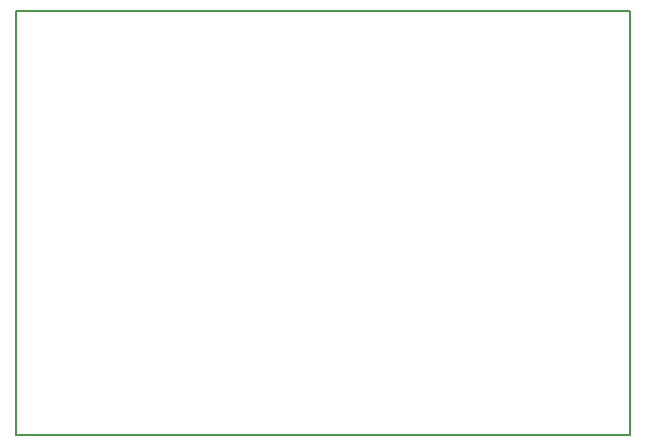
<source format=gbr>
G04 #@! TF.FileFunction,Profile,NP*
%FSLAX46Y46*%
G04 Gerber Fmt 4.6, Leading zero omitted, Abs format (unit mm)*
G04 Created by KiCad (PCBNEW 4.0.4-stable) date 12/08/16 20:58:41*
%MOMM*%
%LPD*%
G01*
G04 APERTURE LIST*
%ADD10C,0.100000*%
%ADD11C,0.150000*%
G04 APERTURE END LIST*
D10*
D11*
X70000000Y-116900000D02*
X107800000Y-116900000D01*
X70000000Y-81000000D02*
X70000000Y-116900000D01*
X122000000Y-81000000D02*
X70000000Y-81000000D01*
X122000000Y-116900000D02*
X122000000Y-81000000D01*
X107800000Y-116900000D02*
X122000000Y-116900000D01*
M02*

</source>
